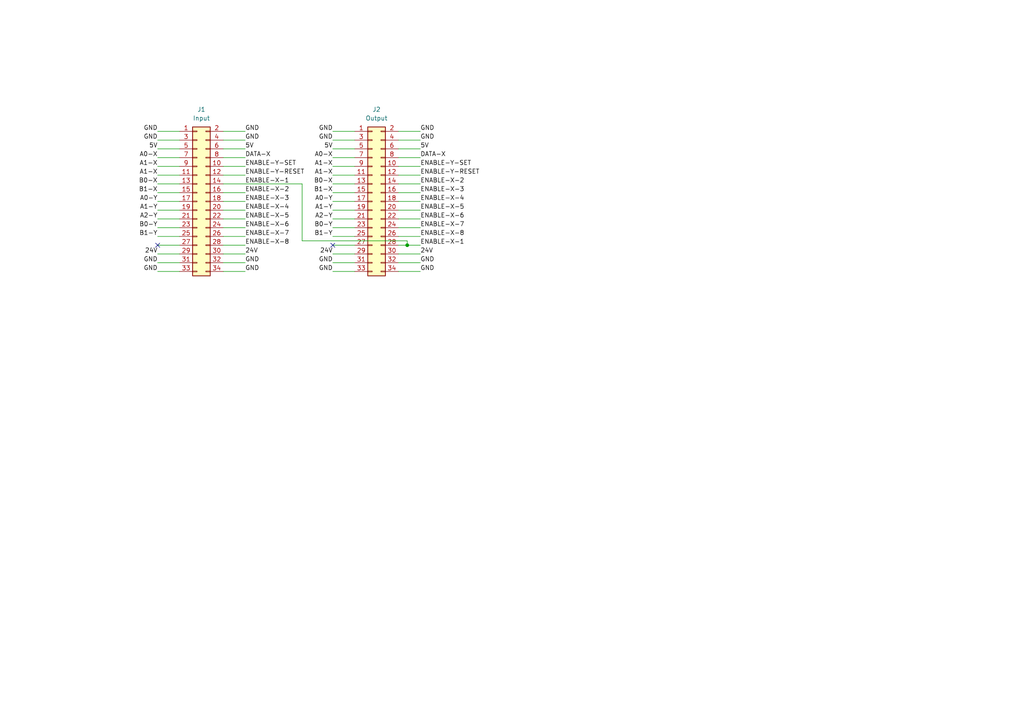
<source format=kicad_sch>
(kicad_sch (version 20211123) (generator eeschema)
  (paper "A4")
  (lib_symbols
    (symbol "Connector_Generic:Conn_02x17_Odd_Even" (pin_names (offset 1.016) hide)
      (property "Reference" "J" (at 1.27 22.86 0))
      (property "Value" "Conn_02x17_Odd_Even" (at 1.27 -22.86 0))
      (symbol "Conn_02x17_Odd_Even_1_1"
        (rectangle (start -1.27 -20.193) (end 0 -20.447) (stroke (width 0.1524)))
        (rectangle (start -1.27 -17.653) (end 0 -17.907) (stroke (width 0.1524)))
        (rectangle (start -1.27 -15.113) (end 0 -15.367) (stroke (width 0.1524)))
        (rectangle (start -1.27 -12.573) (end 0 -12.827) (stroke (width 0.1524)))
        (rectangle (start -1.27 -10.033) (end 0 -10.287) (stroke (width 0.1524)))
        (rectangle (start -1.27 -7.493) (end 0 -7.747) (stroke (width 0.1524)))
        (rectangle (start -1.27 -4.953) (end 0 -5.207) (stroke (width 0.1524)))
        (rectangle (start -1.27 -2.413) (end 0 -2.667) (stroke (width 0.1524)))
        (rectangle (start -1.27 0.127) (end 0 -0.127) (stroke (width 0.1524)))
        (rectangle (start -1.27 2.667) (end 0 2.413) (stroke (width 0.1524)))
        (rectangle (start -1.27 5.207) (end 0 4.953) (stroke (width 0.1524)))
        (rectangle (start -1.27 7.747) (end 0 7.493) (stroke (width 0.1524)))
        (rectangle (start -1.27 10.287) (end 0 10.033) (stroke (width 0.1524)))
        (rectangle (start -1.27 12.827) (end 0 12.573) (stroke (width 0.1524)))
        (rectangle (start -1.27 15.367) (end 0 15.113) (stroke (width 0.1524)))
        (rectangle (start -1.27 17.907) (end 0 17.653) (stroke (width 0.1524)))
        (rectangle (start -1.27 20.447) (end 0 20.193) (stroke (width 0.1524)))
        (rectangle (start -1.27 21.59) (end 3.81 -21.59) (stroke (width 0.254)) (fill (type background)))
        (rectangle (start 3.81 -20.193) (end 2.54 -20.447) (stroke (width 0.1524)))
        (rectangle (start 3.81 -17.653) (end 2.54 -17.907) (stroke (width 0.1524)))
        (rectangle (start 3.81 -15.113) (end 2.54 -15.367) (stroke (width 0.1524)))
        (rectangle (start 3.81 -12.573) (end 2.54 -12.827) (stroke (width 0.1524)))
        (rectangle (start 3.81 -10.033) (end 2.54 -10.287) (stroke (width 0.1524)))
        (rectangle (start 3.81 -7.493) (end 2.54 -7.747) (stroke (width 0.1524)))
        (rectangle (start 3.81 -4.953) (end 2.54 -5.207) (stroke (width 0.1524)))
        (rectangle (start 3.81 -2.413) (end 2.54 -2.667) (stroke (width 0.1524)))
        (rectangle (start 3.81 0.127) (end 2.54 -0.127) (stroke (width 0.1524)))
        (rectangle (start 3.81 2.667) (end 2.54 2.413) (stroke (width 0.1524)))
        (rectangle (start 3.81 5.207) (end 2.54 4.953) (stroke (width 0.1524)))
        (rectangle (start 3.81 7.747) (end 2.54 7.493) (stroke (width 0.1524)))
        (rectangle (start 3.81 10.287) (end 2.54 10.033) (stroke (width 0.1524)))
        (rectangle (start 3.81 12.827) (end 2.54 12.573) (stroke (width 0.1524)))
        (rectangle (start 3.81 15.367) (end 2.54 15.113) (stroke (width 0.1524)))
        (rectangle (start 3.81 17.907) (end 2.54 17.653) (stroke (width 0.1524)))
        (rectangle (start 3.81 20.447) (end 2.54 20.193) (stroke (width 0.1524)))
        (pin passive line (at -5.08 20.32 0) (length 3.81) (name "Pin_1") (number "1"))
        (pin passive line (at 7.62 10.16 180) (length 3.81) (name "Pin_10") (number "10"))
        (pin passive line (at -5.08 7.62 0) (length 3.81) (name "Pin_11") (number "11"))
        (pin passive line (at 7.62 7.62 180) (length 3.81) (name "Pin_12") (number "12"))
        (pin passive line (at -5.08 5.08 0) (length 3.81) (name "Pin_13") (number "13"))
        (pin passive line (at 7.62 5.08 180) (length 3.81) (name "Pin_14") (number "14"))
        (pin passive line (at -5.08 2.54 0) (length 3.81) (name "Pin_15") (number "15"))
        (pin passive line (at 7.62 2.54 180) (length 3.81) (name "Pin_16") (number "16"))
        (pin passive line (at -5.08 0 0) (length 3.81) (name "Pin_17") (number "17"))
        (pin passive line (at 7.62 0 180) (length 3.81) (name "Pin_18") (number "18"))
        (pin passive line (at -5.08 -2.54 0) (length 3.81) (name "Pin_19") (number "19"))
        (pin passive line (at 7.62 20.32 180) (length 3.81) (name "Pin_2") (number "2"))
        (pin passive line (at 7.62 -2.54 180) (length 3.81) (name "Pin_20") (number "20"))
        (pin passive line (at -5.08 -5.08 0) (length 3.81) (name "Pin_21") (number "21"))
        (pin passive line (at 7.62 -5.08 180) (length 3.81) (name "Pin_22") (number "22"))
        (pin passive line (at -5.08 -7.62 0) (length 3.81) (name "Pin_23") (number "23"))
        (pin passive line (at 7.62 -7.62 180) (length 3.81) (name "Pin_24") (number "24"))
        (pin passive line (at -5.08 -10.16 0) (length 3.81) (name "Pin_25") (number "25"))
        (pin passive line (at 7.62 -10.16 180) (length 3.81) (name "Pin_26") (number "26"))
        (pin passive line (at -5.08 -12.7 0) (length 3.81) (name "Pin_27") (number "27"))
        (pin passive line (at 7.62 -12.7 180) (length 3.81) (name "Pin_28") (number "28"))
        (pin passive line (at -5.08 -15.24 0) (length 3.81) (name "Pin_29") (number "29"))
        (pin passive line (at -5.08 17.78 0) (length 3.81) (name "Pin_3") (number "3"))
        (pin passive line (at 7.62 -15.24 180) (length 3.81) (name "Pin_30") (number "30"))
        (pin passive line (at -5.08 -17.78 0) (length 3.81) (name "Pin_31") (number "31"))
        (pin passive line (at 7.62 -17.78 180) (length 3.81) (name "Pin_32") (number "32"))
        (pin passive line (at -5.08 -20.32 0) (length 3.81) (name "Pin_33") (number "33"))
        (pin passive line (at 7.62 -20.32 180) (length 3.81) (name "Pin_34") (number "34"))
        (pin passive line (at 7.62 17.78 180) (length 3.81) (name "Pin_4") (number "4"))
        (pin passive line (at -5.08 15.24 0) (length 3.81) (name "Pin_5") (number "5"))
        (pin passive line (at 7.62 15.24 180) (length 3.81) (name "Pin_6") (number "6"))
        (pin passive line (at -5.08 12.7 0) (length 3.81) (name "Pin_7") (number "7"))
        (pin passive line (at 7.62 12.7 180) (length 3.81) (name "Pin_8") (number "8"))
        (pin passive line (at -5.08 10.16 0) (length 3.81) (name "Pin_9") (number "9"))
      )
    )
  )
  (junction (at 118.11 71.12))
  (no_connect (at 45.72 71.12))
  (no_connect (at 96.52 71.12))
  (wire (pts (xy 64.77 63.5) (xy 71.12 63.5)))
  (wire (pts (xy 96.52 58.42) (xy 102.87 58.42)))
  (wire (pts (xy 87.63 53.34) (xy 87.63 69.85)))
  (wire (pts (xy 45.72 48.26) (xy 52.07 48.26)))
  (wire (pts (xy 96.52 71.12) (xy 102.87 71.12)))
  (wire (pts (xy 115.57 71.12) (xy 118.11 71.12)))
  (wire (pts (xy 115.57 73.66) (xy 121.92 73.66)))
  (wire (pts (xy 96.52 66.04) (xy 102.87 66.04)))
  (wire (pts (xy 45.72 45.72) (xy 52.07 45.72)))
  (wire (pts (xy 45.72 58.42) (xy 52.07 58.42)))
  (wire (pts (xy 96.52 76.2) (xy 102.87 76.2)))
  (wire (pts (xy 45.72 60.96) (xy 52.07 60.96)))
  (wire (pts (xy 45.72 55.88) (xy 52.07 55.88)))
  (wire (pts (xy 115.57 66.04) (xy 121.92 66.04)))
  (wire (pts (xy 64.77 40.64) (xy 71.12 40.64)))
  (wire (pts (xy 115.57 40.64) (xy 121.92 40.64)))
  (wire (pts (xy 115.57 60.96) (xy 121.92 60.96)))
  (wire (pts (xy 96.52 40.64) (xy 102.87 40.64)))
  (wire (pts (xy 96.52 78.74) (xy 102.87 78.74)))
  (wire (pts (xy 64.77 53.34) (xy 87.63 53.34)))
  (wire (pts (xy 115.57 55.88) (xy 121.92 55.88)))
  (wire (pts (xy 118.11 71.12) (xy 121.92 71.12)))
  (wire (pts (xy 64.77 43.18) (xy 71.12 43.18)))
  (wire (pts (xy 96.52 43.18) (xy 102.87 43.18)))
  (wire (pts (xy 96.52 73.66) (xy 102.87 73.66)))
  (wire (pts (xy 64.77 73.66) (xy 71.12 73.66)))
  (wire (pts (xy 45.72 66.04) (xy 52.07 66.04)))
  (wire (pts (xy 96.52 53.34) (xy 102.87 53.34)))
  (wire (pts (xy 96.52 68.58) (xy 102.87 68.58)))
  (wire (pts (xy 115.57 78.74) (xy 121.92 78.74)))
  (wire (pts (xy 115.57 53.34) (xy 121.92 53.34)))
  (wire (pts (xy 64.77 48.26) (xy 71.12 48.26)))
  (wire (pts (xy 45.72 50.8) (xy 52.07 50.8)))
  (wire (pts (xy 45.72 68.58) (xy 52.07 68.58)))
  (wire (pts (xy 64.77 76.2) (xy 71.12 76.2)))
  (wire (pts (xy 64.77 71.12) (xy 71.12 71.12)))
  (wire (pts (xy 115.57 48.26) (xy 121.92 48.26)))
  (wire (pts (xy 45.72 38.1) (xy 52.07 38.1)))
  (wire (pts (xy 64.77 38.1) (xy 71.12 38.1)))
  (wire (pts (xy 64.77 68.58) (xy 71.12 68.58)))
  (wire (pts (xy 64.77 78.74) (xy 71.12 78.74)))
  (wire (pts (xy 64.77 58.42) (xy 71.12 58.42)))
  (wire (pts (xy 45.72 76.2) (xy 52.07 76.2)))
  (wire (pts (xy 115.57 38.1) (xy 121.92 38.1)))
  (wire (pts (xy 96.52 55.88) (xy 102.87 55.88)))
  (wire (pts (xy 115.57 68.58) (xy 121.92 68.58)))
  (wire (pts (xy 96.52 45.72) (xy 102.87 45.72)))
  (wire (pts (xy 64.77 55.88) (xy 71.12 55.88)))
  (wire (pts (xy 64.77 45.72) (xy 71.12 45.72)))
  (wire (pts (xy 96.52 48.26) (xy 102.87 48.26)))
  (wire (pts (xy 45.72 78.74) (xy 52.07 78.74)))
  (wire (pts (xy 45.72 53.34) (xy 52.07 53.34)))
  (wire (pts (xy 45.72 73.66) (xy 52.07 73.66)))
  (wire (pts (xy 115.57 50.8) (xy 121.92 50.8)))
  (wire (pts (xy 45.72 71.12) (xy 52.07 71.12)))
  (wire (pts (xy 115.57 63.5) (xy 121.92 63.5)))
  (wire (pts (xy 64.77 60.96) (xy 71.12 60.96)))
  (wire (pts (xy 96.52 38.1) (xy 102.87 38.1)))
  (wire (pts (xy 96.52 60.96) (xy 102.87 60.96)))
  (wire (pts (xy 96.52 63.5) (xy 102.87 63.5)))
  (wire (pts (xy 96.52 50.8) (xy 102.87 50.8)))
  (wire (pts (xy 45.72 43.18) (xy 52.07 43.18)))
  (wire (pts (xy 45.72 63.5) (xy 52.07 63.5)))
  (wire (pts (xy 45.72 40.64) (xy 52.07 40.64)))
  (wire (pts (xy 115.57 43.18) (xy 121.92 43.18)))
  (wire (pts (xy 115.57 76.2) (xy 121.92 76.2)))
  (wire (pts (xy 118.11 69.85) (xy 118.11 71.12)))
  (wire (pts (xy 115.57 45.72) (xy 121.92 45.72)))
  (wire (pts (xy 115.57 58.42) (xy 121.92 58.42)))
  (wire (pts (xy 64.77 66.04) (xy 71.12 66.04)))
  (wire (pts (xy 87.63 69.85) (xy 118.11 69.85)))
  (wire (pts (xy 64.77 50.8) (xy 71.12 50.8)))
  (label "GND" (at 45.72 78.74 180))
  (label "A1-Y" (at 45.72 60.96 180))
  (label "ENABLE-X-3" (at 121.92 55.88 0))
  (label "5V" (at 45.72 43.18 180))
  (label "A1-X" (at 96.5264 50.8 180))
  (label "B0-X" (at 45.72 53.34 180))
  (label "GND" (at 121.92 40.64 0))
  (label "ENABLE-X-5" (at 71.12 63.5 0))
  (label "ENABLE-X-8" (at 121.92 68.58 0))
  (label "GND" (at 96.52 38.1 180))
  (label "GND" (at 45.72 38.1 180))
  (label "GND" (at 96.52 76.2 180))
  (label "B1-Y" (at 45.72 68.58 180))
  (label "GND" (at 45.72 40.64 180))
  (label "ENABLE-X-8" (at 71.12 71.12 0))
  (label "5V" (at 71.12 43.18 0))
  (label "A0-Y" (at 45.72 58.42 180))
  (label "GND" (at 96.52 40.64 180))
  (label "A2-Y" (at 96.52 63.5 180))
  (label "24V" (at 45.72 73.66 180))
  (label "B0-Y" (at 45.72 66.04 180))
  (label "GND" (at 71.12 76.2 0))
  (label "A1-X" (at 96.52 48.26 180))
  (label "5V" (at 121.92 43.18 0))
  (label "ENABLE-X-2" (at 71.12 55.88 0))
  (label "ENABLE-X-3" (at 71.12 58.42 0))
  (label "GND" (at 71.12 40.64 0))
  (label "B1-X" (at 45.72 55.88 180))
  (label "DATA-X" (at 71.12 45.72 0))
  (label "ENABLE-Y-RESET" (at 71.12 50.8 0))
  (label "GND" (at 96.52 78.74 180))
  (label "ENABLE-X-6" (at 71.12 66.04 0))
  (label "24V" (at 96.52 73.66 180))
  (label "ENABLE-X-7" (at 71.12 68.58 0))
  (label "A0-Y" (at 96.52 58.42 180))
  (label "24V" (at 121.92 73.66 0))
  (label "A0-X" (at 45.72 45.72 180))
  (label "B0-Y" (at 96.52 66.04 180))
  (label "24V" (at 71.12 73.66 0))
  (label "ENABLE-X-6" (at 121.92 63.5 0))
  (label "GND" (at 71.12 38.1 0))
  (label "DATA-X" (at 121.92 45.72 0))
  (label "B1-Y" (at 96.52 68.58 180))
  (label "ENABLE-X-1" (at 121.92 71.12 0))
  (label "GND" (at 45.72 76.2 180))
  (label "ENABLE-X-7" (at 121.92 66.04 0))
  (label "A1-X" (at 45.7264 50.8 180))
  (label "GND" (at 121.92 78.74 0))
  (label "5V" (at 96.52 43.18 180))
  (label "ENABLE-Y-RESET" (at 121.92 50.8 0))
  (label "ENABLE-X-1" (at 71.12 53.34 0))
  (label "A0-X" (at 96.52 45.72 180))
  (label "ENABLE-X-4" (at 71.12 60.96 0))
  (label "ENABLE-X-5" (at 121.92 60.96 0))
  (label "GND" (at 121.92 76.2 0))
  (label "A1-Y" (at 96.52 60.96 180))
  (label "ENABLE-Y-SET" (at 121.92 48.26 0))
  (label "ENABLE-X-2" (at 121.92 53.34 0))
  (label "A1-X" (at 45.72 48.26 180))
  (label "A2-Y" (at 45.72 63.5 180))
  (label "GND" (at 71.12 78.74 0))
  (label "GND" (at 121.92 38.1 0))
  (label "B1-X" (at 96.52 55.88 180))
  (label "ENABLE-X-4" (at 121.92 58.42 0))
  (label "ENABLE-Y-SET" (at 71.12 48.26 0))
  (label "B0-X" (at 96.52 53.34 180))
  (symbol (lib_id "Connector_Generic:Conn_02x17_Odd_Even") (at 57.15 58.42 0) (unit 1)
    (property "Reference" "J1" (at 58.42 31.75 0))
    (property "Value" "Input" (at 58.42 34.29 0))
  )
  (symbol (lib_id "Connector_Generic:Conn_02x17_Odd_Even") (at 107.95 58.42 0) (unit 1)
    (property "Reference" "J2" (at 109.22 31.75 0))
    (property "Value" "Output" (at 109.22 34.29 0))
  )
)
</source>
